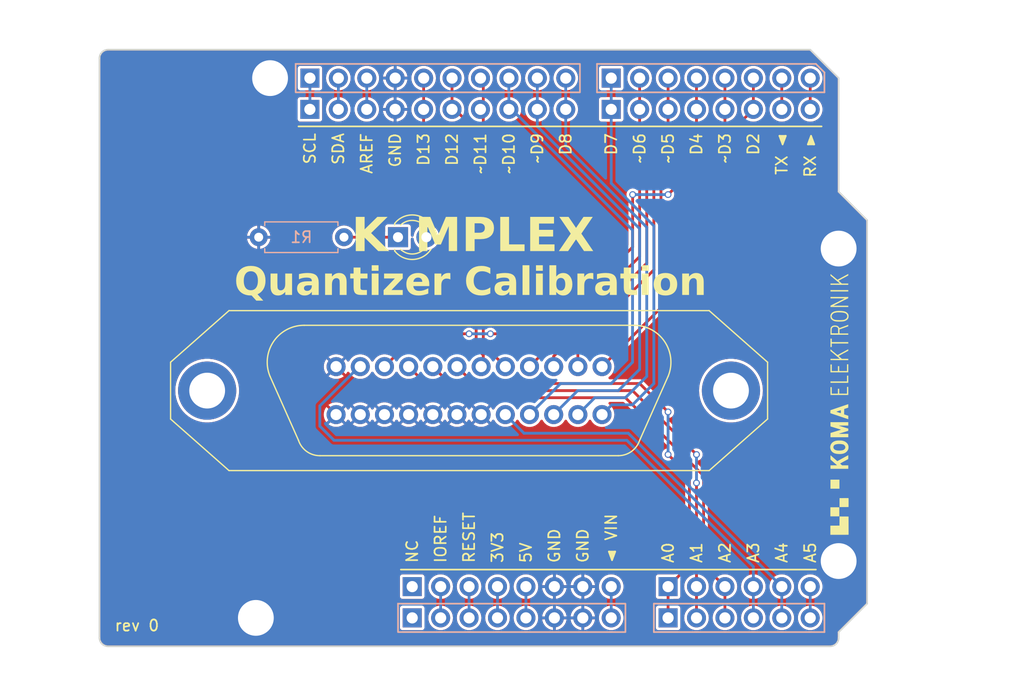
<source format=kicad_pcb>
(kicad_pcb (version 20221018) (generator pcbnew)
  (title_block (date "mar. 31 mars 2015"))
  (layers (0 "F.Cu" signal) (31 "B.Cu" signal) (34 "B.Paste" user) (35 "F.Paste" user) (36 "B.SilkS" user "B.Silkscreen") (37 "F.SilkS" user "F.Silkscreen") (38 "B.Mask" user) (39 "F.Mask" user) (44 "Edge.Cuts" user))
  (net 0 "")
  (net 1 "GND")
  (net 3 "DAV")
  (net 4 "EOI")
  (net 5 "DIO8")
  (net 6 "DIO7")
  (net 7 "DIO6")
  (net 8 "NDAC")
  (net 9 "ATN")
  (net 10 "DIO5")
  (net 11 "DIO4")
  (net 12 "DIO3")
  (net 13 "DIO2")
  (net 14 "DIO1")
  (net 15 "SRQ")
  (net 16 "NRFD")
  (net 17 "IFC")
  (net 18 "REN")
  (net 19 "Net-(D1-K)")
  (net 20 "/13")
  (net 21 "/IOREF")
  (net 22 "/RESET")
  (net 23 "/+3V3")
  (net 24 "/+5V")
  (net 25 "/V_IN")
  (net 26 "/D19")
  (net 27 "/D18")
  (net 28 "/AREF")
  (net 29 "/A5")
  (net 30 "/1")
  (net 31 "/0")
  (footprint "Connector_PinHeader_2.54mm:PinHeader_1x10_P2.54mm_Vertical" (layer "F.Cu") (at 118.796 51.994 90)
    (fp_text reference "J6" hide)
    (fp_text value "Digital/PWM")
    (pad "1" thru_hole rect (at 0 0 90) (size 1.7 1.7) (drill 1) (layers "*.Cu" "*.Mask") (net 26 "/D19"))
    (pad "2" thru_hole oval (at 0 2.54 90) (size 1.7 1.7) (drill 1) (layers "*.Cu" "*.Mask") (net 27 "/D18"))
    (pad "3" thru_hole oval (at 0 5.08 90) (size 1.7 1.7) (drill 1) (layers "*.Cu" "*.Mask") (net 28 "/AREF"))
    (pad "4" thru_hole oval (at 0 7.62 90) (size 1.7 1.7) (drill 1) (layers "*.Cu" "*.Mask") (net 1 "GND"))
    (pad "5" thru_hole oval (at 0 10.16 90) (size 1.7 1.7) (drill 1) (layers "*.Cu" "*.Mask") (net 20 "/13"))
    (pad "6" thru_hole oval (at 0 12.7 90) (size 1.7 1.7) (drill 1) (layers "*.Cu" "*.Mask") (net 3 "DAV"))
    (pad "7" thru_hole oval (at 0 15.24 90) (size 1.7 1.7) (drill 1) (layers "*.Cu" "*.Mask") (net 4 "EOI"))
    (pad "8" thru_hole oval (at 0 17.78 90) (size 1.7 1.7) (drill 1) (layers "*.Cu" "*.Mask") (net 5 "DIO8"))
    (pad "9" thru_hole oval (at 0 20.32 90) (size 1.7 1.7) (drill 1) (layers "*.Cu" "*.Mask") (net 6 "DIO7"))
    (pad "10" thru_hole oval (at 0 22.86 90) (size 1.7 1.7) (drill 1) (layers "*.Cu" "*.Mask") (net 7 "DIO6"))
  )
  (footprint "Connector_PinHeader_2.54mm:PinHeader_1x08_P2.54mm_Vertical" (layer "F.Cu") (at 145.72 51.994 90)
    (fp_text reference "J7" hide)
    (fp_text value "Digital/PWM")
    (pad "1" thru_hole rect (at 0 0 90) (size 1.7 1.7) (drill 1) (layers "*.Cu" "*.Mask") (net 10 "DIO5"))
    (pad "2" thru_hole oval (at 0 2.54 90) (size 1.7 1.7) (drill 1) (layers "*.Cu" "*.Mask") (net 11 "DIO4"))
    (pad "3" thru_hole oval (at 0 5.08 90) (size 1.7 1.7) (drill 1) (layers "*.Cu" "*.Mask") (net 12 "DIO3"))
    (pad "4" thru_hole oval (at 0 7.62 90) (size 1.7 1.7) (drill 1) (layers "*.Cu" "*.Mask") (net 13 "DIO2"))
    (pad "5" thru_hole oval (at 0 10.16 90) (size 1.7 1.7) (drill 1) (layers "*.Cu" "*.Mask") (net 14 "DIO1"))
    (pad "6" thru_hole oval (at 0 12.7 90) (size 1.7 1.7) (drill 1) (layers "*.Cu" "*.Mask") (net 15 "SRQ"))
    (pad "7" thru_hole oval (at 0 15.24 90) (size 1.7 1.7) (drill 1) (layers "*.Cu" "*.Mask") (net 30 "/1"))
    (pad "8" thru_hole oval (at 0 17.78 90) (size 1.7 1.7) (drill 1) (layers "*.Cu" "*.Mask") (net 31 "/0"))
  )
  (footprint "GPIB:NorComp 24 Pins female vertical dip solder" (layer "F.Cu") (at 133.02 77.14)
    (fp_text reference "J5" hide)
    (fp_text value "GPIB Connector")
    (pad "" np_thru_hole circle (at -23.4 0) (size 5.2 5.2) (drill 3.2) (layers "F&B.Cu" "*.Mask"))
    (pad "" np_thru_hole circle (at 23.4 0) (size 5.2 5.2) (drill 3.2) (layers "F&B.Cu" "*.Mask"))
    (pad "1" thru_hole circle (at 11.88 -2.145) (size 1.7 1.7) (drill 1) (layers "*.Cu" "*.Mask") (net 14 "DIO1"))
    (pad "2" thru_hole circle (at 9.72 -2.145) (size 1.7 1.7) (drill 1) (layers "*.Cu" "*.Mask") (net 13 "DIO2"))
    (pad "3" thru_hole circle (at 7.56 -2.145) (size 1.7 1.7) (drill 1) (layers "*.Cu" "*.Mask") (net 12 "DIO3"))
    (pad "4" thru_hole circle (at 5.4 -2.145) (size 1.7 1.7) (drill 1) (layers "*.Cu" "*.Mask") (net 11 "DIO4"))
    (pad "5" thru_hole circle (at 3.24 -2.145) (size 1.7 1.7) (drill 1) (layers "*.Cu" "*.Mask") (net 4 "EOI"))
    (pad "6" thru_hole circle (at 1.08 -2.145) (size 1.7 1.7) (drill 1) (layers "*.Cu" "*.Mask") (net 3 "DAV"))
    (pad "7" thru_hole circle (at -1.08 -2.145) (size 1.7 1.7) (drill 1) (layers "*.Cu" "*.Mask") (net 16 "NRFD"))
    (pad "8" thru_hole circle (at -3.24 -2.145) (size 1.7 1.7) (drill 1) (layers "*.Cu" "*.Mask") (net 8 "NDAC"))
    (pad "9" thru_hole circle (at -5.4 -2.145) (size 1.7 1.7) (drill 1) (layers "*.Cu" "*.Mask") (net 17 "IFC"))
    (pad "10" thru_hole circle (at -7.56 -2.145) (size 1.7 1.7) (drill 1) (layers "*.Cu" "*.Mask") (net 15 "SRQ"))
    (pad "11" thru_hole circle (at -9.72 -2.145) (size 1.7 1.7) (drill 1) (layers "*.Cu" "*.Mask") (net 9 "ATN"))
    (pad "12" thru_hole circle (at -11.88 -2.145) (size 1.7 1.7) (drill 1) (layers "*.Cu" "*.Mask") (net 1 "GND"))
    (pad "13" thru_hole circle (at 11.88 2.145) (size 1.7 1.7) (drill 1) (layers "*.Cu" "*.Mask") (net 10 "DIO5"))
    (pad "14" thru_hole circle (at 9.72 2.145) (size 1.7 1.7) (drill 1) (layers "*.Cu" "*.Mask") (net 7 "DIO6"))
    (pad "15" thru_hole circle (at 7.56 2.145) (size 1.7 1.7) (drill 1) (layers "*.Cu" "*.Mask") (net 6 "DIO7"))
    (pad "16" thru_hole circle (at 5.4 2.145) (size 1.7 1.7) (drill 1) (layers "*.Cu" "*.Mask") (net 5 "DIO8"))
    (pad "17" thru_hole circle (at 3.24 2.145) (size 1.7 1.7) (drill 1) (layers "*.Cu" "*.Mask") (net 18 "REN"))
    (pad "18" thru_hole circle (at 1.08 2.145) (size 1.7 1.7) (drill 1) (layers "*.Cu" "*.Mask") (net 1 "GND"))
    (pad "19" thru_hole circle (at -1.08 2.145) (size 1.7 1.7) (drill 1) (layers "*.Cu" "*.Mask") (net 1 "GND"))
    (pad "20" thru_hole circle (at -3.24 2.145) (size 1.7 1.7) (drill 1) (layers "*.Cu" "*.Mask") (net 1 "GND"))
    (pad "21" thru_hole circle (at -5.4 2.145) (size 1.7 1.7) (drill 1) (layers "*.Cu" "*.Mask") (net 1 "GND"))
    (pad "22" thru_hole circle (at -7.56 2.145) (size 1.7 1.7) (drill 1) (layers "*.Cu" "*.Mask") (net 1 "GND"))
    (pad "23" thru_hole circle (at -9.72 2.145) (size 1.7 1.7) (drill 1) (layers "*.Cu" "*.Mask") (net 1 "GND"))
    (pad "24" thru_hole circle (at -11.88 2.145) (size 1.7 1.7) (drill 1) (layers "*.Cu" "*.Mask") (net 1 "GND"))
  )
  (footprint "Connector_PinHeader_2.54mm:PinHeader_1x06_P2.54mm_Vertical" (layer "F.Cu") (at 150.8 94.666 90)
    (fp_text reference "J9" hide)
    (fp_text value "Analog")
    (pad "1" thru_hole rect (at 0 0 90) (size 1.7 1.7) (drill 1) (layers "*.Cu" "*.Mask") (net 16 "NRFD"))
    (pad "2" thru_hole oval (at 0 2.54 90) (size 1.7 1.7) (drill 1) (layers "*.Cu" "*.Mask") (net 8 "NDAC"))
    (pad "3" thru_hole oval (at 0 5.08 90) (size 1.7 1.7) (drill 1) (layers "*.Cu" "*.Mask") (net 17 "IFC"))
    (pad "4" thru_hole oval (at 0 7.62 90) (size 1.7 1.7) (drill 1) (layers "*.Cu" "*.Mask") (net 9 "ATN"))
    (pad "5" thru_hole oval (at 0 10.16 90) (size 1.7 1.7) (drill 1) (layers "*.Cu" "*.Mask") (net 18 "REN"))
    (pad "6" thru_hole oval (at 0 12.7 90) (size 1.7 1.7) (drill 1) (layers "*.Cu" "*.Mask") (net 29 "/A5"))
  )
  (footprint "Arduino_MountingHole:MountingHole_3.2mm" (layer "F.Cu") (at 115.24 49.2)
    (fp_text reference "MH1" hide)
    (fp_text value "MountingHole_3.2mm" hide)
    (pad "" np_thru_hole circle locked (at 0 0) (size 3.2 3.2) (drill 3.2) (layers "*.Cu" "*.Mask"))
  )
  (footprint "Connector_PinHeader_2.54mm:PinHeader_1x08_P2.54mm_Vertical" (layer "F.Cu") (at 127.94 94.666 90)
    (fp_text reference "J8" hide)
    (fp_text value "Power")
    (pad "1" thru_hole rect (at 0 0 90) (size 1.7 1.7) (drill 1) (layers "*.Cu" "*.Mask"))
    (pad "2" thru_hole oval (at 0 2.54 90) (size 1.7 1.7) (drill 1) (layers "*.Cu" "*.Mask") (net 21 "/IOREF"))
    (pad "3" thru_hole oval (at 0 5.08 90) (size 1.7 1.7) (drill 1) (layers "*.Cu" "*.Mask") (net 22 "/RESET"))
    (pad "4" thru_hole oval (at 0 7.62 90) (size 1.7 1.7) (drill 1) (layers "*.Cu" "*.Mask") (net 23 "/+3V3"))
    (pad "5" thru_hole oval (at 0 10.16 90) (size 1.7 1.7) (drill 1) (layers "*.Cu" "*.Mask") (net 24 "/+5V"))
    (pad "6" thru_hole oval (at 0 12.7 90) (size 1.7 1.7) (drill 1) (layers "*.Cu" "*.Mask") (net 1 "GND"))
    (pad "7" thru_hole oval (at 0 15.24 90) (size 1.7 1.7) (drill 1) (layers "*.Cu" "*.Mask") (net 1 "GND"))
    (pad "8" thru_hole oval (at 0 17.78 90) (size 1.7 1.7) (drill 1) (layers "*.Cu" "*.Mask") (net 25 "/V_IN"))
  )
  (footprint "KOMA:Logo 20mm" (layer "F.Cu") (at 182.36 80.2)
    (fp_text reference "G***" hide)
    (fp_text value "LOGO" hide)
  )
  (footprint "KOMA:Logo 25mm" (layer "F.Cu") (at 166.1 78.35 90)
    (fp_text reference "L1" hide)
    (fp_text value "Small_KOMA_Logo" hide)
  )
  (footprint "Arduino_MountingHole:MountingHole_3.2mm" (layer "F.Cu") (at 113.97 97.46)
    (fp_text reference "MH2" hide)
    (fp_text value "MountingHole_3.2mm" hide)
    (pad "" np_thru_hole circle locked (at 0 0) (size 3.2 3.2) (drill 3.2) (layers "*.Cu" "*.Mask"))
  )
  (footprint "Arduino_MountingHole:MountingHole_3.2mm" (layer "F.Cu") (at 166.04 64.44)
    (fp_text reference "MH3" hide)
    (fp_text value "MountingHole_3.2mm" hide)
    (pad "" np_thru_hole circle locked (at 0 0) (size 3.2 3.2) (drill 3.2) (layers "*.Cu" "*.Mask"))
  )
  (footprint "LED_THT:LED_D3.0mm" (layer "F.Cu") (at 126.67 63.424)
    (fp_text reference "D1" hide)
    (fp_text value "LED")
    (pad "1" thru_hole rect (at 0 0) (size 1.8 1.8) (drill 0.9) (layers "*.Cu" "*.Mask") (net 19 "Net-(D1-K)"))
    (pad "2" thru_hole circle (at 2.54 0) (size 1.8 1.8) (drill 0.9) (layers "*.Cu" "*.Mask") (net 20 "/13"))
  )
  (footprint "Arduino_MountingHole:MountingHole_3.2mm" (layer "F.Cu") (at 166.04 92.38)
    (fp_text reference "MH4" hide)
    (fp_text value "MountingHole_3.2mm" hide)
    (pad "" np_thru_hole circle locked (at 0 0) (size 3.2 3.2) (drill 3.2) (layers "*.Cu" "*.Mask"))
  )
  (footprint "Connector_PinHeader_2.54mm:PinHeader_1x08_P2.54mm_Vertical" (layer "B.Cu") (at 127.94 97.46 -90)
    (fp_text reference "J1" hide)
    (fp_text value "Power")
    (pad "1" thru_hole rect locked (at 0 0 270) (size 1.7 1.7) (drill 1) (layers "*.Cu" "*.Mask"))
    (pad "2" thru_hole oval locked (at 0 -2.54 270) (size 1.7 1.7) (drill 1) (layers "*.Cu" "*.Mask") (net 21 "/IOREF"))
    (pad "3" thru_hole oval locked (at 0 -5.08 270) (size 1.7 1.7) (drill 1) (layers "*.Cu" "*.Mask") (net 22 "/RESET"))
    (pad "4" thru_hole oval locked (at 0 -7.62 270) (size 1.7 1.7) (drill 1) (layers "*.Cu" "*.Mask") (net 23 "/+3V3"))
    (pad "5" thru_hole oval locked (at 0 -10.16 270) (size 1.7 1.7) (drill 1) (layers "*.Cu" "*.Mask") (net 24 "/+5V"))
    (pad "6" thru_hole oval locked (at 0 -12.7 270) (size 1.7 1.7) (drill 1) (layers "*.Cu" "*.Mask") (net 1 "GND"))
    (pad "7" thru_hole oval locked (at 0 -15.24 270) (size 1.7 1.7) (drill 1) (layers "*.Cu" "*.Mask") (net 1 "GND"))
    (pad "8" thru_hole oval locked (at 0 -17.78 270) (size 1.7 1.7) (drill 1) (layers "*.Cu" "*.Mask") (net 25 "/V_IN"))
  )
  (footprint "Connector_PinHeader_2.54mm:PinHeader_1x06_P2.54mm_Vertical" (layer "B.Cu") (at 150.8 97.46 -90)
    (fp_text reference "J3" hide)
    (fp_text value "Analog")
    (pad "1" thru_hole rect locked (at 0 0 270) (size 1.7 1.7) (drill 1) (layers "*.Cu" "*.Mask") (net 16 "NRFD"))
    (pad "2" thru_hole oval locked (at 0 -2.54 270) (size 1.7 1.7) (drill 1) (layers "*.Cu" "*.Mask") (net 8 "NDAC"))
    (pad "3" thru_hole oval locked (at 0 -5.08 270) (size 1.7 1.7) (drill 1) (layers "*.Cu" "*.Mask") (net 17 "IFC"))
    (pad "4" thru_hole oval locked (at 0 -7.62 270) (size 1.7 1.7) (drill 1) (layers "*.Cu" "*.Mask") (net 9 "ATN"))
    (pad "5" thru_hole oval locked (at 0 -10.16 270) (size 1.7 1.7) (drill 1) (layers "*.Cu" "*.Mask") (net 18 "REN"))
    (pad "6" thru_hole oval locked (at 0 -12.7 270) (size 1.7 1.7) (drill 1) (layers "*.Cu" "*.Mask") (net 29 "/A5"))
  )
  (footprint "Connector_PinHeader_2.54mm:PinHeader_1x10_P2.54mm_Vertical" (layer "B.Cu") (at 118.801 49.2 -90)
    (fp_text reference "J2" hide)
    (fp_text value "Digital/PWM")
    (pad "1" thru_hole rect locked (at 0 0 270) (size 1.7 1.7) (drill 1) (layers "*.Cu" "*.Mask") (net 26 "/D19"))
    (pad "2" thru_hole oval locked (at 0 -2.54 270) (size 1.7 1.7) (drill 1) (layers "*.Cu" "*.Mask") (net 27 "/D18"))
    (pad "3" thru_hole oval locked (at 0 -5.08 270) (size 1.7 1.7) (drill 1) (layers "*.Cu" "*.Mask") (net 28 "/AREF"))
    (pad "4" thru_hole oval locked (at 0 -7.62 270) (size 1.7 1.7) (drill 1) (layers "*.Cu" "*.Mask") (net 1 "GND"))
    (pad "5" thru_hole oval locked (at 0 -10.16 270) (size 1.7 1.7) (drill 1) (layers "*.Cu" "*.Mask") (net 20 "/13"))
    (pad "6" thru_hole oval locked (at 0 -12.7 270) (size 1.7 1.7) (drill 1) (layers "*.Cu" "*.Mask") (net 3 "DAV"))
    (pad "7" thru_hole oval locked (at 0 -15.24 270) (size 1.7 1.7) (drill 1) (layers "*.Cu" "*.Mask") (net 4 "EOI"))
    (pad "8" thru_hole oval locked (at 0 -17.78 270) (size 1.7 1.7) (drill 1) (layers "*.Cu" "*.Mask") (net 5 "DIO8"))
    (pad "9" thru_hole oval locked (at 0 -20.32 270) (size 1.7 1.7) (drill 1) (layers "*.Cu" "*.Mask") (net 6 "DIO7"))
    (pad "10" thru_hole oval locked (at 0 -22.86 270) (size 1.7 1.7) (drill 1) (layers "*.Cu" "*.Mask") (net 7 "DIO6"))
  )
  (footprint "Connector_PinHeader_2.54mm:PinHeader_1x08_P2.54mm_Vertical" (layer "B.Cu") (at 145.72 49.2 -90)
    (fp_text reference "J4" hide)
    (fp_text value "Digital/PWM")
    (pad "1" thru_hole rect locked (at 0 0 270) (size 1.7 1.7) (drill 1) (layers "*.Cu" "*.Mask") (net 10 "DIO5"))
    (pad "2" thru_hole oval locked (at 0 -2.54 270) (size 1.7 1.7) (drill 1) (layers "*.Cu" "*.Mask") (net 11 "DIO4"))
    (pad "3" thru_hole oval locked (at 0 -5.08 270) (size 1.7 1.7) (drill 1) (layers "*.Cu" "*.Mask") (net 12 "DIO3"))
    (pad "4" thru_hole oval locked (at 0 -7.62 270) (size 1.7 1.7) (drill 1) (layers "*.Cu" "*.Mask") (net 13 "DIO2"))
    (pad "5" thru_hole oval locked (at 0 -10.16 270) (size 1.7 1.7) (drill 1) (layers "*.Cu" "*.Mask") (net 14 "DIO1"))
    (pad "6" thru_hole oval locked (at 0 -12.7 270) (size 1.7 1.7) (drill 1) (layers "*.Cu" "*.Mask") (net 15 "SRQ"))
    (pad "7" thru_hole oval locked (at 0 -15.24 270) (size 1.7 1.7) (drill 1) (layers "*.Cu" "*.Mask") (net 30 "/1"))
    (pad "8" thru_hole oval locked (at 0 -17.78 270) (size 1.7 1.7) (drill 1) (layers "*.Cu" "*.Mask") (net 31 "/0"))
  )
  (footprint "Resistor_THT:R_Axial_DIN0207_L6.3mm_D2.5mm_P7.62mm_Horizontal" (layer "B.Cu") (at 121.844 63.424 180)
    (fp_text reference "R1" (at 3.81 0) (layer "B.SilkS") (effects (justify mirror)))
    (fp_text value "4k7")
    (pad "1" thru_hole circle (at 0 0 180) (size 1.6 1.6) (drill 0.8) (layers "*.Cu" "*.Mask") (net 19 "Net-(D1-K)"))
    (pad "2" thru_hole oval (at 7.62 0 180) (size 1.6 1.6) (drill 0.8) (layers "*.Cu" "*.Mask") (net 1 "GND"))
  )
  (gr_rect (start 126.67 96.19) (end 146.99 98.73) (stroke (width 0.15)) (fill none) (layer "B.SilkS"))
  (gr_line (start 164.77 98.73) (end 164.77 96.19) (stroke (width 0.15)) (layer "B.SilkS"))
  (gr_line (start 164.77 96.19) (end 149.53 96.19) (stroke (width 0.15)) (layer "B.SilkS"))
  (gr_line (start 164.77 98.73) (end 149.53 98.73) (stroke (width 0.15)) (layer "B.SilkS"))
  (gr_line (start 149.53 96.19) (end 149.53 98.73) (stroke (width 0.15)) (layer "B.SilkS"))
  (gr_line (start 144.45 47.93) (end 144.45 50.47) (stroke (width 0.15)) (layer "B.SilkS"))
  (gr_line (start 164.77 50.47) (end 164.77 48.692) (stroke (width 0.15)) (layer "B.SilkS"))
  (gr_line (start 144.45 50.47) (end 164.77 50.47) (stroke (width 0.15)) (layer "B.SilkS"))
  (gr_line (start 164.008 47.93) (end 144.45 47.93) (stroke (width 0.15)) (layer "B.SilkS"))
  (gr_line (start 164.77 48.692) (end 164.008 47.93) (stroke (width 0.15)) (layer "B.SilkS"))
  (gr_rect (start 117.526 47.93) (end 142.926 50.47) (stroke (width 0.15)) (fill none) (layer "B.SilkS"))
  (gr_line (start 164.008 93.142) (end 126.924 93.142) (stroke (width 0.15)) (layer "F.SilkS"))
  (gr_line (start 117.78 53.518) (end 164.516 53.518) (stroke (width 0.15)) (layer "F.SilkS"))
  (gr_line (start 166.04 59.36) (end 168.58 61.9) (stroke (width 0.15)) (layer "Edge.Cuts"))
  (gr_line (start 100 99.238) (end 100 47.422) (stroke (width 0.15)) (layer "Edge.Cuts"))
  (gr_line (start 168.58 61.9) (end 168.58 96.19) (stroke (width 0.15)) (layer "Edge.Cuts"))
  (gr_line (start 165.278 100) (end 100.762 100) (stroke (width 0.15)) (layer "Edge.Cuts"))
  (gr_line (start 100.762 46.66) (end 163.5 46.66) (stroke (width 0.15)) (layer "Edge.Cuts"))
  (gr_arc (start 100.762 100) (mid 100.223185 99.776815) (end 100 99.238) (stroke (width 0.15)) (layer "Edge.Cuts"))
  (gr_line (start 168.58 96.19) (end 166.04 98.73) (stroke (width 0.15)) (layer "Edge.Cuts"))
  (gr_line (start 163.5 46.66) (end 166.04 49.2) (stroke (width 0.15)) (layer "Edge.Cuts"))
  (gr_arc (start 166.04 99.238) (mid 165.816815 99.776815) (end 165.278 100) (stroke (width 0.15)) (layer "Edge.Cuts"))
  (gr_line (start 166.04 49.2) (end 166.04 59.36) (stroke (width 0.15)) (layer "Edge.Cuts"))
  (gr_line (start 166.04 98.73) (end 166.04 99.238) (stroke (width 0.15)) (layer "Edge.Cuts"))
  (gr_arc (start 100 47.422) (mid 100.223185 46.883185) (end 100.762 46.66) (stroke (width 0.15)) (layer "Edge.Cuts"))
  (gr_text "◄ VIN" (at 145.72 92.634 90) (layer "F.SilkS") (effects (font (size 1 1)) (justify left)))
  (gr_text "~D6" (at 148.26 54.026 90) (layer "F.SilkS") (effects (font (size 1 1)) (justify right)))
  (gr_text "SCL" (at 118.796 54.026 90) (layer "F.SilkS") (effects (font (size 1 1)) (justify right)))
  (gr_text "~D10" (at 136.576 54.026 90) (layer "F.SilkS") (effects (font (size 1 1)) (justify right)))
  (gr_text "D12" (at 131.496 54.026 90) (layer "F.SilkS") (effects (font (size 1 1)) (justify right)))
  (gr_text "GND" (at 143.18 92.634 90) (layer "F.SilkS") (effects (font (size 1 1)) (justify left)))
  (gr_text "GND" (at 126.416 54.026 90) (layer "F.SilkS") (effects (font (size 1 1)) (justify right)))
  (gr_text "GND" (at 140.64 92.634 90) (layer "F.SilkS") (effects (font (size 1 1)) (justify left)))
  (gr_text "~D9" (at 139.116 54.026 90) (layer "F.SilkS") (effects (font (size 1 1)) (justify right)))
  (gr_text "K" (at 124.14 63.42) (layer "F.SilkS") (effects (font (size 3 3) (thickness 0.5) bold)))
  (gr_text "D4" (at 153.34 54.026 90) (layer "F.SilkS") (effects (font (size 1 1)) (justify right)))
  (gr_text "A5" (at 163.5 92.634 90) (layer "F.SilkS") (effects (font (size 1 1)) (justify left)))
  (gr_text "D2" (at 158.42 54.026 90) (layer "F.SilkS") (effects (font (size 1 1)) (justify right)))
  (gr_text "TX ◄" (at 160.96 54.026 90) (layer "F.SilkS") (effects (font (size 1 1)) (justify right)))
  (gr_text "~D5" (at 150.8 54.026 90) (layer "F.SilkS") (effects (font (size 1 1)) (justify right)))
  (gr_text "MPLEX" (at 136.18 63.42) (layer "F.SilkS") (effects (font (size 3 3) (thickness 0.5) bold)))
  (gr_text "A1" (at 153.34 92.634 90) (layer "F.SilkS") (effects (font (size 1 1)) (justify left)))
  (gr_text "SDA" (at 121.336 54.026 90) (layer "F.SilkS") (effects (font (size 1 1)) (justify right)))
  (gr_text "RX ►" (at 163.5 54.026 90) (layer "F.SilkS") (effects (font (size 1 1)) (justify right)))
  (gr_text "IOREF" (at 130.48 92.634 90) (layer "F.SilkS") (effects (font (size 1 1)) (justify left)))
  (gr_text "D7" (at 145.72 54.026 90) (layer "F.SilkS") (effects (font (size 1 1)) (justify right)))
  (gr_text "AREF" (at 123.876 54.026 90) (layer "F.SilkS") (effects (font (size 1 1)) (justify right)))
  (gr_text "rev 0" (at 101.27 98.73) (layer "F.SilkS") (effects (font (size 1 1)) (justify left bottom)))
  (gr_text "~D3" (at 155.88 54.026 90) (layer "F.SilkS") (effects (font (size 1 1)) (justify right)))
  (gr_text "Quantizer Calibration" (at 133.147 69.012) (layer "F.SilkS") (effects (font (size 2.5 2.5) (thickness 0.5) bold) (justify bottom)))
  (gr_text "D8" (at 141.656 54.026 90) (layer "F.SilkS") (effects (font (size 1 1)) (justify right)))
  (gr_text "5V" (at 138.1 92.634 90) (layer "F.SilkS") (effects (font (size 1 1)) (justify left)))
  (gr_text "A4" (at 160.96 92.634 90) (layer "F.SilkS") (effects (font (size 1 1)) (justify left)))
  (gr_text "RESET" (at 133.02 92.634 90) (layer "F.SilkS") (effects (font (size 1 1)) (justify left)))
  (gr_text "D13" (at 128.956 54.026 90) (layer "F.SilkS") (effects (font (size 1 1)) (justify right)))
  (gr_text "~D11" (at 134.036 54.026 90) (layer "F.SilkS") (effects (font (size 1 1)) (justify right)))
  (gr_text "NC" (at 127.94 92.634 90) (layer "F.SilkS") (effects (font (size 1 1)) (justify left)))
  (gr_text "3V3" (at 135.56 92.634 90) (layer "F.SilkS") (effects (font (size 1 1)) (justify left)))
  (gr_text "A2" (at 155.88 92.634 90) (layer "F.SilkS") (effects (font (size 1 1)) (justify left)))
  (gr_text "A0" (at 150.8 92.634 90) (layer "F.SilkS") (effects (font (size 1 1)) (justify left)))
  (gr_text "A3" (at 158.42 92.634 90) (layer "F.SilkS") (effects (font (size 1 1)) (justify left)))
  (segment (start 133.655 73.33) (end 134.29 73.965) (width 0.25) (layer "F.Cu") (net 3))
  (segment (start 134.29 74.805) (end 134.1 74.995) (width 0.25) (layer "F.Cu") (net 3))
  (segment (start 133.655 53.899) (end 133.655 73.33) (width 0.25) (layer "F.Cu") (net 3))
  (segment (start 131.496 51.994) (end 131.75 51.994) (width 0.25) (layer "F.Cu") (net 3))
  (segment (start 131.496 49.2) (end 131.496 51.994) (width 0.25) (layer "F.Cu") (net 3))
  (segment (start 131.75 51.994) (end 133.655 53.899) (width 0.25) (layer "F.Cu") (net 3))
  (segment (start 134.29 73.965) (end 134.29 74.805) (width 0.25) (layer "F.Cu") (net 3))
  (segment (start 134.29 49.454) (end 134.29 73.025) (width 0.25) (layer "F.Cu") (net 4))
  (segment (start 134.036 49.2) (end 134.29 49.454) (width 0.25) (layer "F.Cu") (net 4))
  (segment (start 134.29 73.025) (end 136.26 74.995) (width 0.25) (layer "F.Cu") (net 4))
  (segment (start 136.576 49.2) (end 136.576 51.994) (width 0.25) (layer "B.Cu") (net 5))
  (segment (start 136.83 51.994) (end 147.625 62.789) (width 0.25) (layer "B.Cu") (net 5))
  (segment (start 147.625 62.789) (end 147.625 74.6) (width 0.25) (layer "B.Cu") (net 5))
  (segment (start 136.576 51.994) (end 136.83 51.994) (width 0.25) (layer "B.Cu") (net 5))
  (segment (start 147.625 74.6) (end 145.72 76.505) (width 0.25) (layer "B.Cu") (net 5))
  (segment (start 141.2 76.505) (end 138.42 79.285) (width 0.25) (layer "B.Cu") (net 5))
  (segment (start 145.72 76.505) (end 141.2 76.505) (width 0.25) (layer "B.Cu") (net 5))
  (segment (start 139.116 49.2) (end 139.116 51.994) (width 0.25) (layer "B.Cu") (net 6))
  (segment (start 139.116 53.518) (end 148.26 62.662) (width 0.25) (layer "B.Cu") (net 6))
  (segment (start 146.355698 77.14) (end 142.725 77.14) (width 0.25) (layer "B.Cu") (net 6))
  (segment (start 148.26 62.662) (end 148.26 75.235698) (width 0.25) (layer "B.Cu") (net 6))
  (segment (start 139.116 51.994) (end 139.116 53.518) (width 0.25) (layer "B.Cu") (net 6))
  (segment (start 142.725 77.14) (end 140.58 79.285) (width 0.25) (layer "B.Cu") (net 6))
  (segment (start 148.26 75.235698) (end 146.355698 77.14) (width 0.25) (layer "B.Cu") (net 6))
  (segment (start 144.25 77.775) (end 142.74 79.285) (width 0.25) (layer "B.Cu") (net 7))
  (segment (start 148.895 75.87) (end 146.99 77.775) (width 0.25) (layer "B.Cu") (net 7))
  (segment (start 146.99 77.775) (end 144.25 77.775) (width 0.25) (layer "B.Cu") (net 7))
  (segment (start 141.656 49.2) (end 141.656 55.296) (width 0.25) (layer "B.Cu") (net 7))
  (segment (start 148.895 62.535) (end 148.895 75.87) (width 0.25) (layer "B.Cu") (net 7))
  (segment (start 141.656 55.296) (end 148.895 62.535) (width 0.25) (layer "B.Cu") (net 7))
  (segment (start 129.78 74.995) (end 131.925 77.14) (width 0.25) (layer "F.Cu") (net 8))
  (segment (start 153.34 85.395) (end 153.34 97.46) (width 0.25) (layer "F.Cu") (net 8))
  (segment (start 131.925 77.14) (end 146.355 77.14) (width 0.25) (layer "F.Cu") (net 8))
  (segment (start 146.355 77.14) (end 147.625 77.14) (width 0.25) (layer "F.Cu") (net 8))
  (segment (start 147.625 77.14) (end 153.34 82.855) (width 0.25) (layer "F.Cu") (net 8))
  (via (at 153.34 85.395) (size 0.6) (drill 0.4) (layers "F.Cu" "B.Cu") (net 8))
  (via (at 153.34 82.855) (size 0.6) (drill 0.4) (layers "F.Cu" "B.Cu") (net 8))
  (segment (start 153.34 82.855) (end 153.34 85.395) (width 0.25) (layer "B.Cu") (net 8))
  (segment (start 158.42 94.666) (end 158.42 97.46) (width 0.25) (layer "B.Cu") (net 9))
  (segment (start 158.42 92.888) (end 158.42 94.666) (width 0.25) (layer "B.Cu") (net 9))
  (segment (start 123.3 74.995) (end 123.2 74.995) (width 0.25) (layer "B.Cu") (net 9))
  (segment (start 123.2 74.995) (end 119.685 78.51) (width 0.25) (layer "B.Cu") (net 9))
  (segment (start 120.955 81.585) (end 147.117 81.585) (width 0.25) (layer "B.Cu") (net 9))
  (segment (start 119.685 80.315) (end 120.955 81.585) (width 0.25) (layer "B.Cu") (net 9))
  (segment (start 119.685 78.51) (end 119.685 80.315) (width 0.25) (layer "B.Cu") (net 9))
  (segment (start 147.117 81.585) (end 158.42 92.888) (width 0.25) (layer "B.Cu") (net 9))
  (segment (start 145.72 58.598) (end 149.53 62.408) (width 0.25) (layer "B.Cu") (net 10))
  (segment (start 147.625 78.41) (end 145.775 78.41) (width 0.25) (layer "B.Cu") (net 10))
  (segment (start 149.53 76.505) (end 147.625 78.41) (width 0.25) (layer "B.Cu") (net 10))
  (segment (start 145.72 49.2) (end 145.72 58.598) (width 0.25) (layer "B.Cu") (net 10))
  (segment (start 149.53 62.408) (end 149.53 76.505) (width 0.25) (layer "B.Cu") (net 10))
  (segment (start 145.775 78.41) (end 144.9 79.285) (width 0.25) (layer "B.Cu") (net 10))
  (segment (start 148.26 65.155) (end 138.42 74.995) (width 0.25) (layer "F.Cu") (net 11))
  (segment (start 148.26 49.2) (end 148.26 65.155) (width 0.25) (layer "F.Cu") (net 11))
  (segment (start 150.8 51.994) (end 150.8 56.566) (width 0.25) (layer "F.Cu") (net 12))
  (segment (start 148.895 65.750698) (end 140.58 74.065698) (width 0.25) (layer "F.Cu") (net 12))
  (segment (start 148.895 58.471) (end 148.895 65.750698) (width 0.25) (layer "F.Cu") (net 12))
  (segment (start 150.8 49.2) (end 150.8 51.994) (width 0.25) (layer "F.Cu") (net 12))
  (segment (start 140.58 74.065698) (end 140.58 74.995) (width 0.25) (layer "F.Cu") (net 12))
  (segment (start 150.8 56.566) (end 148.895 58.471) (width 0.25) (layer "F.Cu") (net 12))
  (segment (start 149.53 66.345) (end 142.74 73.135) (width 0.25) (layer "F.Cu") (net 13))
  (segment (start 153.34 55.042) (end 149.53 58.852) (width 0.25) (layer "F.Cu") (net 13))
  (segment (start 142.74 73.135) (end 142.74 74.995) (width 0.25) (layer "F.Cu") (net 13))
  (segment (start 149.53 58.852) (end 149.53 66.345) (width 0.25) (layer "F.Cu") (net 13))
  (segment (start 153.34 51.994) (end 153.34 55.042) (width 0.25) (layer "F.Cu") (net 13))
  (segment (start 153.34 49.2) (end 153.34 51.994) (width 0.25) (layer "F.Cu") (net 13))
  (segment (start 150.165 69.73) (end 144.9 74.995) (width 0.25) (layer "F.Cu") (net 14))
  (segment (start 150.165 59.20125) (end 150.165 69.73) (width 0.25) (layer "F.Cu") (net 14))
  (segment (start 155.88 53.48625) (end 150.165 59.20125) (width 0.25) (layer "F.Cu") (net 14))
  (segment (start 155.88 49.2) (end 155.88 53.48625) (width 0.25) (layer "F.Cu") (net 14))
  (segment (start 150.8 59.614) (end 158.42 51.994) (width 0.25) (layer "F.Cu") (net 15))
  (segment (start 128.395 72.06) (end 125.46 74.995) (width 0.25) (layer "F.Cu") (net 15))
  (segment (start 147.6355 64.3025) (end 139.878 72.06) (width 0.25) (layer "F.Cu") (net 15))
  (segment (start 133.02 72.06) (end 128.395 72.06) (width 0.25) (layer "F.Cu") (net 15))
  (segment (start 147.6355 59.614) (end 147.6355 64.3025) (width 0.25) (layer "F.Cu") (net 15))
  (segment (start 158.42 49.2) (end 158.42 51.994) (width 0.25) (layer "F.Cu") (net 15))
  (segment (start 139.878 72.06) (end 134.925 72.06) (width 0.25) (layer "F.Cu") (net 15))
  (via (at 133.02 72.06) (size 0.6) (drill 0.4) (layers "F.Cu" "B.Cu") (net 15))
  (via (at 147.6355 59.614) (size 0.6) (drill 0.4) (layers "F.Cu" "B.Cu") (net 15))
  (via (at 134.925 72.06) (size 0.6) (drill 0.4) (layers "F.Cu" "B.Cu") (net 15))
  (via (at 150.8 59.614) (size 0.6) (drill 0.4) (layers "F.Cu" "B.Cu") (net 15))
  (segment (start 150.8 59.614) (end 147.6355 59.614) (width 0.25) (layer "B.Cu") (net 15))
  (segment (start 134.925 72.06) (end 133.02 72.06) (width 0.25) (layer "B.Cu") (net 15))
  (segment (start 150.8 82.855) (end 152.705 84.76) (width 0.25) (layer "F.Cu") (net 16))
  (segment (start 148.26 76.505) (end 150.8 79.045) (width 0.25) (layer "F.Cu") (net 16))
  (segment (start 150.8 94.666) (end 150.8 97.46) (width 0.25) (layer "F.Cu") (net 16))
  (segment (start 131.94 74.995) (end 133.45 76.505) (width 0.25) (layer "F.Cu") (net 16))
  (segment (start 152.705 84.76) (end 152.705 92.761) (width 0.25) (layer "F.Cu") (net 16))
  (segment (start 133.45 76.505) (end 148.26 76.505) (width 0.25) (layer "F.Cu") (net 16))
  (segment (start 152.705 92.761) (end 150.8 94.666) (width 0.25) (layer "F.Cu") (net 16))
  (via (at 150.8 82.855) (size 0.6) (drill 0.4) (layers "F.Cu" "B.Cu") (net 16))
  (via (at 150.8 79.045) (size 0.6) (drill 0.4) (layers "F.Cu" "B.Cu") (net 16))
  (segment (start 150.8 79.045) (end 150.8 82.855) (width 0.25) (layer "B.Cu") (net 16))
  (segment (start 153.975 92.761) (end 155.88 94.666) (width 0.25) (layer "F.Cu") (net 17))
  (segment (start 153.975 84.76) (end 153.975 92.761) (width 0.25) (layer "F.Cu") (net 17))
  (segment (start 127.62 74.995) (end 130.4 77.775) (width 0.25) (layer "F.Cu") (net 17))
  (segment (start 130.4 77.775) (end 146.99 77.775) (width 0.25) (layer "F.Cu") (net 17))
  (segment (start 146.99 77.775) (end 153.975 84.76) (width 0.25) (layer "F.Cu") (net 17))
  (segment (start 155.88 94.666) (end 155.88 97.46) (width 0.25) (layer "F.Cu") (net 17))
  (segment (start 136.26 79.285) (end 137.925 80.95) (width 0.25) (layer "B.Cu") (net 18))
  (segment (start 160.96 94.666) (end 160.96 97.46) (width 0.25) (layer "B.Cu") (net 18))
  (segment (start 147.244 80.95) (end 160.96 94.666) (width 0.25) (layer "B.Cu") (net 18))
  (segment (start 137.925 80.95) (end 147.244 80.95) (width 0.25) (layer "B.Cu") (net 18))
  (segment (start 121.844 63.424) (end 126.67 63.424) (width 0.25) (layer "F.Cu") (net 19))
  (segment (start 128.961 49.2) (end 128.961 51.989) (width 0.25) (layer "F.Cu") (net 20))
  (segment (start 128.961 51.989) (end 128.956 51.994) (width 0.25) (layer "F.Cu") (net 20))
  (segment (start 128.956 51.994) (end 128.956 63.17) (width 0.25) (layer "F.Cu") (net 20))
  (segment (start 128.956 63.17) (end 129.21 63.424) (width 0.25) (layer "F.Cu") (net 20))
  (segment (start 130.48 94.666) (end 130.48 97.46) (width 0.25) (layer "B.Cu") (net 21))
  (segment (start 133.02 94.666) (end 133.02 97.46) (width 0.25) (layer "B.Cu") (net 22))
  (segment (start 135.56 94.666) (end 135.56 97.46) (width 0.25) (layer "B.Cu") (net 23))
  (segment (start 138.1 94.666) (end 138.1 97.46) (width 0.25) (layer "B.Cu") (net 24))
  (segment (start 145.72 94.666) (end 145.72 97.46) (width 0.25) (layer "B.Cu") (net 25))
  (segment (start 118.801 51.989) (end 118.796 51.994) (width 0.25) (layer "B.Cu") (net 26))
  (segment (start 118.801 49.2) (end 118.801 51.989) (width 0.25) (layer "B.Cu") (net 26))
  (segment (start 121.341 51.989) (end 121.336 51.994) (width 0.25) (layer "B.Cu") (net 27))
  (segment (start 121.341 49.2) (end 121.341 51.989) (width 0.25) (layer "B.Cu") (net 27))
  (segment (start 123.881 51.989) (end 123.876 51.994) (width 0.25) (layer "B.Cu") (net 28))
  (segment (start 123.881 49.2) (end 123.881 51.989) (width 0.25) (layer "B.Cu") (net 28))
  (segment (start 163.5 94.666) (end 163.5 97.46) (width 0.25) (layer "B.Cu") (net 29))
  (segment (start 160.96 49.2) (end 160.96 51.994) (width 0.25) (layer "F.Cu") (net 30))
  (segment (start 163.5 49.2) (end 163.5 51.994) (width 0.25) (layer "F.Cu") (net 31))
  (zone (net 1) (net_name "GND") (layers "F&B.Cu") (connect_pads (clearance 0.25)) (min_thickness 0.25) (fill yes (thermal_gap 0.25) (thermal_bridge_width 0.25))
    (polygon (pts (xy 174.295 103.81) (xy 174.295 42.215) (xy 91.11 42.215) (xy 91.11 103.81)))
  )
)
</source>
